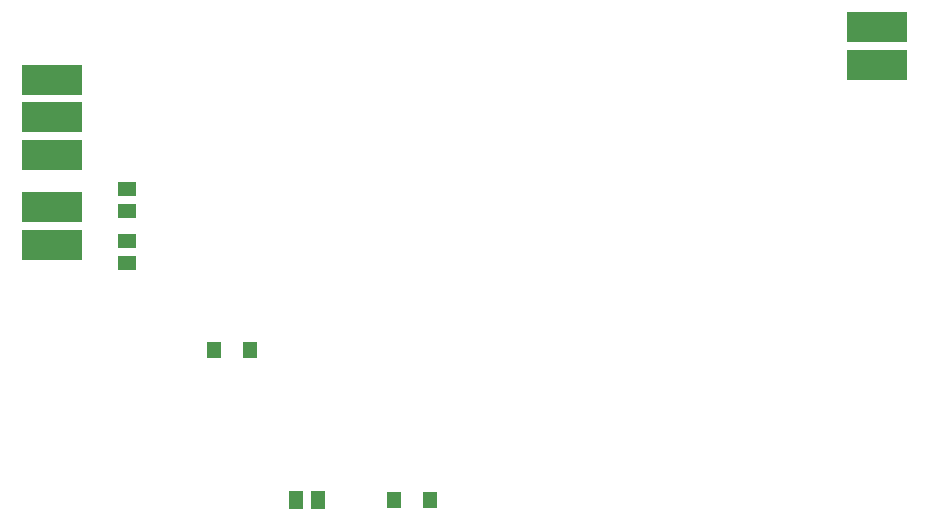
<source format=gtp>
G75*
%MOIN*%
%OFA0B0*%
%FSLAX25Y25*%
%IPPOS*%
%LPD*%
%AMOC8*
5,1,8,0,0,1.08239X$1,22.5*
%
%ADD10R,0.20000X0.10000*%
%ADD11R,0.05118X0.05906*%
%ADD12R,0.04724X0.05512*%
%ADD13R,0.05906X0.05118*%
D10*
X0064300Y0225384D03*
X0064300Y0237884D03*
X0064300Y0255384D03*
X0064300Y0268084D03*
X0064300Y0280384D03*
X0339300Y0285384D03*
X0339300Y0297884D03*
D11*
X0145560Y0140384D03*
X0153040Y0140384D03*
D12*
X0178394Y0140384D03*
X0190206Y0140384D03*
X0130206Y0190384D03*
X0118394Y0190384D03*
D13*
X0089300Y0219144D03*
X0089300Y0226625D03*
X0089300Y0236644D03*
X0089300Y0244125D03*
M02*

</source>
